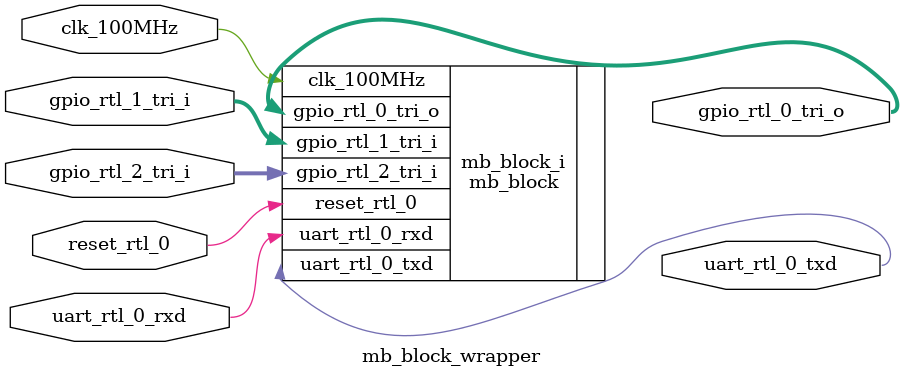
<source format=v>
`timescale 1 ps / 1 ps

module mb_block_wrapper
   (clk_100MHz,
    gpio_rtl_0_tri_o,
    gpio_rtl_1_tri_i,
    gpio_rtl_2_tri_i,
    reset_rtl_0,
    uart_rtl_0_rxd,
    uart_rtl_0_txd);
  input clk_100MHz;
  output [15:0]gpio_rtl_0_tri_o;
  input [15:0]gpio_rtl_1_tri_i;
  input [3:0]gpio_rtl_2_tri_i;
  input reset_rtl_0;
  input uart_rtl_0_rxd;
  output uart_rtl_0_txd;

  wire clk_100MHz;
  wire [15:0]gpio_rtl_0_tri_o;
  wire [15:0]gpio_rtl_1_tri_i;
  wire [3:0]gpio_rtl_2_tri_i;
  wire reset_rtl_0;
  wire uart_rtl_0_rxd;
  wire uart_rtl_0_txd;

  mb_block mb_block_i
       (.clk_100MHz(clk_100MHz),
        .gpio_rtl_0_tri_o(gpio_rtl_0_tri_o),
        .gpio_rtl_1_tri_i(gpio_rtl_1_tri_i),
        .gpio_rtl_2_tri_i(gpio_rtl_2_tri_i),
        .reset_rtl_0(reset_rtl_0),
        .uart_rtl_0_rxd(uart_rtl_0_rxd),
        .uart_rtl_0_txd(uart_rtl_0_txd));
endmodule

</source>
